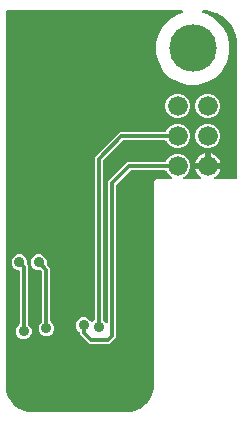
<source format=gbr>
G04 EAGLE Gerber RS-274X export*
G75*
%MOMM*%
%FSLAX34Y34*%
%LPD*%
%INTop Copper*%
%IPPOS*%
%AMOC8*
5,1,8,0,0,1.08239X$1,22.5*%
G01*
%ADD10C,4.016000*%
%ADD11C,1.676400*%
%ADD12C,0.906400*%
%ADD13C,0.304800*%

G36*
X105432Y-129283D02*
X105432Y-129283D01*
X105510Y-129281D01*
X108887Y-129016D01*
X108955Y-129002D01*
X109024Y-128997D01*
X109180Y-128957D01*
X115604Y-126870D01*
X115711Y-126820D01*
X115822Y-126776D01*
X115873Y-126743D01*
X115892Y-126735D01*
X115907Y-126722D01*
X115958Y-126690D01*
X121422Y-122719D01*
X121509Y-122638D01*
X121556Y-122599D01*
X121562Y-122595D01*
X121563Y-122594D01*
X121601Y-122562D01*
X121639Y-122516D01*
X121654Y-122502D01*
X121665Y-122484D01*
X121703Y-122438D01*
X125674Y-116974D01*
X125731Y-116870D01*
X125795Y-116770D01*
X125817Y-116713D01*
X125827Y-116695D01*
X125832Y-116675D01*
X125854Y-116620D01*
X127941Y-110196D01*
X127954Y-110128D01*
X127977Y-110062D01*
X128000Y-109903D01*
X128265Y-106526D01*
X128265Y-106522D01*
X128266Y-106519D01*
X128265Y-106500D01*
X128269Y-106426D01*
X128269Y66076D01*
X129758Y67565D01*
X142079Y67565D01*
X142148Y67573D01*
X142218Y67572D01*
X142305Y67593D01*
X142394Y67605D01*
X142459Y67630D01*
X142527Y67647D01*
X142607Y67689D01*
X142690Y67722D01*
X142746Y67763D01*
X142808Y67795D01*
X142875Y67856D01*
X142947Y67908D01*
X142992Y67962D01*
X143043Y68009D01*
X143093Y68084D01*
X143150Y68153D01*
X143180Y68217D01*
X143218Y68275D01*
X143247Y68360D01*
X143286Y68441D01*
X143299Y68510D01*
X143321Y68576D01*
X143329Y68665D01*
X143345Y68753D01*
X143341Y68823D01*
X143347Y68893D01*
X143331Y68981D01*
X143326Y69071D01*
X143304Y69137D01*
X143292Y69206D01*
X143255Y69288D01*
X143228Y69373D01*
X143190Y69432D01*
X143162Y69496D01*
X143106Y69566D01*
X143058Y69642D01*
X143007Y69690D01*
X142963Y69744D01*
X142891Y69798D01*
X142826Y69860D01*
X142765Y69894D01*
X142709Y69936D01*
X142564Y70007D01*
X142183Y70165D01*
X139253Y73095D01*
X138712Y74400D01*
X138698Y74425D01*
X138688Y74453D01*
X138619Y74563D01*
X138555Y74676D01*
X138534Y74697D01*
X138518Y74722D01*
X138424Y74811D01*
X138333Y74904D01*
X138308Y74920D01*
X138287Y74940D01*
X138173Y75003D01*
X138062Y75071D01*
X138034Y75079D01*
X138008Y75094D01*
X137882Y75126D01*
X137758Y75164D01*
X137729Y75166D01*
X137700Y75173D01*
X137540Y75183D01*
X108679Y75183D01*
X108581Y75171D01*
X108482Y75168D01*
X108424Y75151D01*
X108363Y75143D01*
X108271Y75107D01*
X108176Y75079D01*
X108124Y75049D01*
X108068Y75026D01*
X107988Y74968D01*
X107902Y74918D01*
X107827Y74852D01*
X107810Y74840D01*
X107803Y74830D01*
X107781Y74812D01*
X96638Y63669D01*
X96578Y63590D01*
X96510Y63518D01*
X96481Y63465D01*
X96444Y63417D01*
X96404Y63326D01*
X96356Y63240D01*
X96341Y63181D01*
X96317Y63125D01*
X96302Y63027D01*
X96277Y62932D01*
X96271Y62832D01*
X96267Y62811D01*
X96269Y62799D01*
X96267Y62771D01*
X96267Y-66243D01*
X90373Y-72137D01*
X73457Y-72137D01*
X65023Y-63703D01*
X65023Y-62133D01*
X65011Y-62035D01*
X65008Y-61936D01*
X64991Y-61878D01*
X64983Y-61817D01*
X64947Y-61725D01*
X64919Y-61630D01*
X64889Y-61578D01*
X64866Y-61522D01*
X64808Y-61442D01*
X64758Y-61356D01*
X64692Y-61281D01*
X64680Y-61264D01*
X64670Y-61257D01*
X64652Y-61235D01*
X63015Y-59599D01*
X62015Y-57186D01*
X62015Y-54574D01*
X63015Y-52161D01*
X64861Y-50315D01*
X67274Y-49315D01*
X69886Y-49315D01*
X72299Y-50315D01*
X74145Y-52161D01*
X74250Y-52414D01*
X74275Y-52457D01*
X74291Y-52504D01*
X74353Y-52595D01*
X74408Y-52690D01*
X74442Y-52726D01*
X74470Y-52767D01*
X74552Y-52840D01*
X74629Y-52919D01*
X74671Y-52945D01*
X74708Y-52978D01*
X74806Y-53028D01*
X74900Y-53085D01*
X74948Y-53100D01*
X74992Y-53122D01*
X75099Y-53146D01*
X75204Y-53179D01*
X75254Y-53181D01*
X75302Y-53192D01*
X75412Y-53189D01*
X75522Y-53194D01*
X75570Y-53184D01*
X75620Y-53182D01*
X75725Y-53152D01*
X75833Y-53130D01*
X75878Y-53108D01*
X75925Y-53094D01*
X76020Y-53038D01*
X76119Y-52990D01*
X76156Y-52958D01*
X76199Y-52932D01*
X76320Y-52826D01*
X77352Y-51795D01*
X77412Y-51716D01*
X77480Y-51644D01*
X77509Y-51591D01*
X77546Y-51543D01*
X77586Y-51452D01*
X77634Y-51366D01*
X77649Y-51307D01*
X77673Y-51251D01*
X77688Y-51154D01*
X77713Y-51058D01*
X77719Y-50958D01*
X77723Y-50937D01*
X77721Y-50925D01*
X77723Y-50897D01*
X77723Y86563D01*
X98857Y107697D01*
X137329Y107697D01*
X137358Y107700D01*
X137388Y107698D01*
X137516Y107720D01*
X137645Y107737D01*
X137672Y107747D01*
X137701Y107752D01*
X137820Y107806D01*
X137940Y107854D01*
X137964Y107871D01*
X137991Y107883D01*
X138092Y107964D01*
X138198Y108040D01*
X138217Y108063D01*
X138240Y108082D01*
X138318Y108185D01*
X138400Y108285D01*
X138413Y108312D01*
X138431Y108336D01*
X138502Y108480D01*
X139253Y110293D01*
X142183Y113223D01*
X146010Y114809D01*
X150154Y114809D01*
X153981Y113223D01*
X156911Y110293D01*
X158497Y106466D01*
X158497Y102322D01*
X156911Y98495D01*
X153981Y95565D01*
X150154Y93979D01*
X146010Y93979D01*
X142183Y95565D01*
X139253Y98495D01*
X138712Y99800D01*
X138698Y99825D01*
X138688Y99853D01*
X138619Y99963D01*
X138555Y100076D01*
X138534Y100097D01*
X138518Y100122D01*
X138424Y100211D01*
X138333Y100304D01*
X138308Y100320D01*
X138287Y100340D01*
X138173Y100403D01*
X138062Y100471D01*
X138034Y100479D01*
X138008Y100494D01*
X137882Y100526D01*
X137758Y100564D01*
X137729Y100566D01*
X137700Y100573D01*
X137540Y100583D01*
X102329Y100583D01*
X102231Y100571D01*
X102132Y100568D01*
X102074Y100551D01*
X102013Y100543D01*
X101921Y100507D01*
X101826Y100479D01*
X101774Y100449D01*
X101718Y100426D01*
X101638Y100368D01*
X101552Y100318D01*
X101477Y100252D01*
X101460Y100240D01*
X101453Y100230D01*
X101431Y100212D01*
X85208Y83989D01*
X85148Y83910D01*
X85080Y83838D01*
X85051Y83785D01*
X85014Y83737D01*
X84974Y83646D01*
X84926Y83560D01*
X84911Y83501D01*
X84887Y83445D01*
X84872Y83347D01*
X84847Y83252D01*
X84841Y83152D01*
X84837Y83131D01*
X84839Y83119D01*
X84837Y83091D01*
X84837Y-50897D01*
X84849Y-50995D01*
X84852Y-51094D01*
X84869Y-51152D01*
X84877Y-51213D01*
X84913Y-51305D01*
X84941Y-51400D01*
X84971Y-51452D01*
X84994Y-51508D01*
X85052Y-51588D01*
X85102Y-51674D01*
X85168Y-51749D01*
X85180Y-51766D01*
X85190Y-51773D01*
X85208Y-51795D01*
X86987Y-53573D01*
X87096Y-53658D01*
X87203Y-53746D01*
X87222Y-53755D01*
X87238Y-53768D01*
X87366Y-53823D01*
X87491Y-53882D01*
X87511Y-53886D01*
X87530Y-53894D01*
X87668Y-53916D01*
X87804Y-53942D01*
X87824Y-53941D01*
X87844Y-53944D01*
X87983Y-53931D01*
X88121Y-53922D01*
X88140Y-53916D01*
X88160Y-53914D01*
X88292Y-53867D01*
X88423Y-53824D01*
X88441Y-53813D01*
X88460Y-53806D01*
X88575Y-53728D01*
X88692Y-53654D01*
X88706Y-53639D01*
X88723Y-53628D01*
X88815Y-53523D01*
X88910Y-53422D01*
X88920Y-53405D01*
X88933Y-53389D01*
X88997Y-53265D01*
X89064Y-53144D01*
X89069Y-53124D01*
X89078Y-53106D01*
X89108Y-52970D01*
X89143Y-52836D01*
X89145Y-52808D01*
X89148Y-52796D01*
X89147Y-52775D01*
X89153Y-52675D01*
X89153Y66243D01*
X105207Y82297D01*
X137329Y82297D01*
X137358Y82300D01*
X137388Y82298D01*
X137516Y82320D01*
X137645Y82337D01*
X137672Y82347D01*
X137701Y82352D01*
X137820Y82406D01*
X137940Y82454D01*
X137964Y82471D01*
X137991Y82483D01*
X138092Y82564D01*
X138198Y82640D01*
X138217Y82663D01*
X138240Y82682D01*
X138318Y82785D01*
X138400Y82885D01*
X138413Y82912D01*
X138431Y82936D01*
X138502Y83080D01*
X139253Y84893D01*
X142183Y87823D01*
X146010Y89409D01*
X150154Y89409D01*
X153981Y87823D01*
X156911Y84893D01*
X158497Y81066D01*
X158497Y76922D01*
X156911Y73095D01*
X153981Y70165D01*
X153600Y70007D01*
X153539Y69972D01*
X153474Y69946D01*
X153401Y69894D01*
X153323Y69849D01*
X153273Y69801D01*
X153217Y69760D01*
X153159Y69690D01*
X153095Y69628D01*
X153058Y69568D01*
X153014Y69515D01*
X152976Y69433D01*
X152929Y69357D01*
X152908Y69290D01*
X152878Y69227D01*
X152861Y69139D01*
X152835Y69053D01*
X152832Y68983D01*
X152819Y68914D01*
X152824Y68825D01*
X152820Y68735D01*
X152834Y68667D01*
X152838Y68597D01*
X152866Y68512D01*
X152884Y68424D01*
X152915Y68361D01*
X152936Y68295D01*
X152984Y68219D01*
X153024Y68138D01*
X153069Y68085D01*
X153106Y68026D01*
X153172Y67964D01*
X153230Y67896D01*
X153287Y67856D01*
X153338Y67808D01*
X153417Y67765D01*
X153490Y67713D01*
X153555Y67688D01*
X153617Y67654D01*
X153704Y67632D01*
X153788Y67600D01*
X153857Y67592D01*
X153925Y67575D01*
X154085Y67565D01*
X166724Y67565D01*
X166803Y67575D01*
X166883Y67575D01*
X166960Y67595D01*
X167039Y67605D01*
X167113Y67634D01*
X167191Y67654D01*
X167261Y67692D01*
X167335Y67722D01*
X167400Y67768D01*
X167469Y67807D01*
X167528Y67861D01*
X167592Y67908D01*
X167643Y67970D01*
X167701Y68024D01*
X167744Y68092D01*
X167795Y68153D01*
X167829Y68225D01*
X167872Y68293D01*
X167897Y68369D01*
X167931Y68441D01*
X167946Y68519D01*
X167970Y68595D01*
X167976Y68675D01*
X167991Y68753D01*
X167986Y68833D01*
X167991Y68913D01*
X167976Y68991D01*
X167971Y69071D01*
X167946Y69147D01*
X167931Y69225D01*
X167897Y69297D01*
X167873Y69373D01*
X167830Y69441D01*
X167796Y69513D01*
X167745Y69574D01*
X167703Y69642D01*
X167645Y69697D01*
X167594Y69758D01*
X167472Y69859D01*
X167471Y69860D01*
X167470Y69861D01*
X166366Y70663D01*
X165151Y71878D01*
X164140Y73269D01*
X163359Y74801D01*
X162828Y76436D01*
X162819Y76495D01*
X172252Y76495D01*
X172370Y76510D01*
X172489Y76517D01*
X172527Y76529D01*
X172567Y76535D01*
X172678Y76578D01*
X172791Y76615D01*
X172825Y76637D01*
X172863Y76652D01*
X172959Y76721D01*
X173060Y76785D01*
X173088Y76815D01*
X173120Y76838D01*
X173196Y76930D01*
X173278Y77017D01*
X173297Y77052D01*
X173323Y77083D01*
X173374Y77191D01*
X173431Y77295D01*
X173441Y77335D01*
X173459Y77371D01*
X173479Y77478D01*
X173483Y77448D01*
X173527Y77338D01*
X173563Y77225D01*
X173585Y77190D01*
X173600Y77153D01*
X173670Y77056D01*
X173733Y76956D01*
X173763Y76928D01*
X173787Y76895D01*
X173878Y76819D01*
X173965Y76738D01*
X174000Y76718D01*
X174032Y76693D01*
X174139Y76642D01*
X174244Y76584D01*
X174283Y76574D01*
X174319Y76557D01*
X174436Y76535D01*
X174552Y76505D01*
X174612Y76501D01*
X174632Y76497D01*
X174652Y76499D01*
X174712Y76495D01*
X184145Y76495D01*
X184136Y76436D01*
X183605Y74801D01*
X182824Y73269D01*
X181813Y71878D01*
X180598Y70663D01*
X179494Y69861D01*
X179436Y69806D01*
X179372Y69760D01*
X179321Y69698D01*
X179262Y69643D01*
X179220Y69576D01*
X179169Y69515D01*
X179135Y69442D01*
X179092Y69375D01*
X179067Y69299D01*
X179033Y69227D01*
X179018Y69148D01*
X178993Y69072D01*
X178988Y68993D01*
X178973Y68914D01*
X178978Y68835D01*
X178973Y68755D01*
X178988Y68677D01*
X178993Y68597D01*
X179018Y68521D01*
X179033Y68442D01*
X179067Y68370D01*
X179091Y68295D01*
X179134Y68227D01*
X179168Y68155D01*
X179219Y68093D01*
X179261Y68026D01*
X179320Y67971D01*
X179371Y67909D01*
X179435Y67862D01*
X179493Y67808D01*
X179563Y67769D01*
X179628Y67722D01*
X179702Y67693D01*
X179771Y67654D01*
X179849Y67634D01*
X179923Y67605D01*
X180002Y67595D01*
X180079Y67575D01*
X180237Y67565D01*
X180239Y67565D01*
X180240Y67565D01*
X196850Y67565D01*
X196968Y67580D01*
X197087Y67587D01*
X197125Y67600D01*
X197166Y67605D01*
X197276Y67648D01*
X197389Y67685D01*
X197424Y67707D01*
X197461Y67722D01*
X197557Y67791D01*
X197658Y67855D01*
X197686Y67885D01*
X197719Y67908D01*
X197795Y68000D01*
X197876Y68087D01*
X197896Y68122D01*
X197921Y68153D01*
X197972Y68261D01*
X198030Y68365D01*
X198040Y68405D01*
X198057Y68441D01*
X198079Y68558D01*
X198109Y68673D01*
X198113Y68733D01*
X198117Y68753D01*
X198115Y68774D01*
X198119Y68834D01*
X198119Y185184D01*
X198116Y185206D01*
X198118Y185228D01*
X198103Y185389D01*
X197440Y189455D01*
X197420Y189521D01*
X197410Y189589D01*
X197357Y189742D01*
X194116Y197466D01*
X194057Y197569D01*
X194004Y197676D01*
X193967Y197724D01*
X193957Y197742D01*
X193943Y197756D01*
X193907Y197804D01*
X188437Y204149D01*
X188349Y204229D01*
X188266Y204313D01*
X188216Y204348D01*
X188201Y204362D01*
X188183Y204371D01*
X188134Y204405D01*
X180971Y208750D01*
X180863Y208798D01*
X180757Y208853D01*
X180699Y208871D01*
X180680Y208879D01*
X180660Y208883D01*
X180603Y208900D01*
X172449Y210818D01*
X172380Y210825D01*
X172313Y210842D01*
X172152Y210852D01*
X169902Y210841D01*
X169755Y210822D01*
X169606Y210805D01*
X169596Y210801D01*
X169587Y210800D01*
X169449Y210745D01*
X169309Y210691D01*
X169301Y210685D01*
X169292Y210682D01*
X169171Y210593D01*
X169049Y210507D01*
X169043Y210499D01*
X169035Y210494D01*
X168940Y210378D01*
X168844Y210264D01*
X168840Y210255D01*
X168834Y210248D01*
X168770Y210112D01*
X168705Y209978D01*
X168704Y209968D01*
X168699Y209959D01*
X168672Y209812D01*
X168642Y209666D01*
X168643Y209656D01*
X168641Y209647D01*
X168651Y209497D01*
X168659Y209348D01*
X168662Y209339D01*
X168662Y209330D01*
X168709Y209188D01*
X168754Y209045D01*
X168759Y209037D01*
X168762Y209027D01*
X168842Y208902D01*
X168921Y208774D01*
X168928Y208768D01*
X168933Y208760D01*
X169043Y208657D01*
X169150Y208554D01*
X169159Y208549D01*
X169166Y208543D01*
X169297Y208471D01*
X169427Y208398D01*
X169439Y208393D01*
X169445Y208390D01*
X169458Y208387D01*
X169580Y208346D01*
X172730Y207502D01*
X179799Y203421D01*
X185571Y197649D01*
X189652Y190580D01*
X191765Y182695D01*
X191765Y174533D01*
X189652Y166648D01*
X185571Y159579D01*
X179799Y153807D01*
X172730Y149726D01*
X164845Y147613D01*
X156683Y147613D01*
X148798Y149726D01*
X141729Y153807D01*
X135957Y159579D01*
X131876Y166648D01*
X129763Y174533D01*
X129763Y182695D01*
X131876Y190580D01*
X135957Y197649D01*
X141729Y203421D01*
X148798Y207502D01*
X151866Y208324D01*
X152007Y208382D01*
X152148Y208438D01*
X152154Y208442D01*
X152160Y208444D01*
X152283Y208535D01*
X152406Y208624D01*
X152410Y208630D01*
X152416Y208634D01*
X152511Y208752D01*
X152609Y208869D01*
X152612Y208876D01*
X152616Y208881D01*
X152679Y209020D01*
X152744Y209157D01*
X152745Y209164D01*
X152748Y209170D01*
X152775Y209320D01*
X152804Y209470D01*
X152804Y209476D01*
X152805Y209483D01*
X152794Y209635D01*
X152784Y209787D01*
X152782Y209793D01*
X152782Y209800D01*
X152733Y209946D01*
X152686Y210089D01*
X152683Y210095D01*
X152680Y210102D01*
X152597Y210230D01*
X152516Y210358D01*
X152511Y210363D01*
X152507Y210368D01*
X152395Y210472D01*
X152284Y210576D01*
X152279Y210579D01*
X152274Y210584D01*
X152138Y210657D01*
X152006Y210730D01*
X151999Y210731D01*
X151993Y210734D01*
X151845Y210771D01*
X151698Y210809D01*
X151689Y210810D01*
X151685Y210811D01*
X151674Y210811D01*
X151537Y210819D01*
X3810Y210819D01*
X3692Y210804D01*
X3573Y210797D01*
X3535Y210784D01*
X3494Y210779D01*
X3384Y210736D01*
X3271Y210699D01*
X3236Y210677D01*
X3199Y210662D01*
X3103Y210593D01*
X3002Y210529D01*
X2974Y210499D01*
X2941Y210476D01*
X2865Y210384D01*
X2784Y210297D01*
X2764Y210262D01*
X2739Y210231D01*
X2688Y210123D01*
X2630Y210019D01*
X2620Y209979D01*
X2603Y209943D01*
X2581Y209826D01*
X2551Y209711D01*
X2547Y209651D01*
X2543Y209631D01*
X2545Y209610D01*
X2541Y209550D01*
X2541Y-106142D01*
X2552Y-106233D01*
X2554Y-106326D01*
X2555Y-106330D01*
X2541Y-107703D01*
X2541Y-107707D01*
X2541Y-107716D01*
X2541Y-107740D01*
X2543Y-107761D01*
X2544Y-107826D01*
X2757Y-110964D01*
X2770Y-111032D01*
X2774Y-111101D01*
X2812Y-111258D01*
X4689Y-117249D01*
X4738Y-117357D01*
X4780Y-117468D01*
X4813Y-117520D01*
X4821Y-117538D01*
X4834Y-117554D01*
X4865Y-117605D01*
X8501Y-122723D01*
X8582Y-122810D01*
X8656Y-122903D01*
X8703Y-122942D01*
X8717Y-122957D01*
X8734Y-122968D01*
X8779Y-123007D01*
X13819Y-126751D01*
X13922Y-126809D01*
X14022Y-126874D01*
X14078Y-126897D01*
X14096Y-126907D01*
X14116Y-126913D01*
X14171Y-126935D01*
X20121Y-128939D01*
X20189Y-128952D01*
X20254Y-128976D01*
X20413Y-129000D01*
X23547Y-129280D01*
X23569Y-129279D01*
X23660Y-129285D01*
X105410Y-129285D01*
X105432Y-129283D01*
G37*
%LPC*%
G36*
X16474Y-67525D02*
X16474Y-67525D01*
X14061Y-66525D01*
X12215Y-64679D01*
X11215Y-62266D01*
X11215Y-59654D01*
X12215Y-57241D01*
X13852Y-55605D01*
X13912Y-55526D01*
X13980Y-55454D01*
X14009Y-55401D01*
X14046Y-55353D01*
X14086Y-55262D01*
X14134Y-55176D01*
X14149Y-55117D01*
X14173Y-55061D01*
X14188Y-54963D01*
X14213Y-54868D01*
X14219Y-54768D01*
X14223Y-54747D01*
X14221Y-54735D01*
X14223Y-54707D01*
X14223Y-10374D01*
X14208Y-10256D01*
X14201Y-10137D01*
X14188Y-10099D01*
X14183Y-10058D01*
X14140Y-9948D01*
X14103Y-9835D01*
X14081Y-9800D01*
X14066Y-9763D01*
X13997Y-9667D01*
X13933Y-9566D01*
X13903Y-9538D01*
X13880Y-9505D01*
X13788Y-9429D01*
X13701Y-9348D01*
X13666Y-9328D01*
X13635Y-9303D01*
X13527Y-9252D01*
X13423Y-9194D01*
X13383Y-9184D01*
X13347Y-9167D01*
X13230Y-9145D01*
X13115Y-9115D01*
X13055Y-9111D01*
X13035Y-9107D01*
X13014Y-9109D01*
X12954Y-9105D01*
X12664Y-9105D01*
X10251Y-8105D01*
X8405Y-6259D01*
X7405Y-3846D01*
X7405Y-1234D01*
X8405Y1179D01*
X10251Y3025D01*
X12664Y4025D01*
X15276Y4025D01*
X17689Y3025D01*
X19535Y1179D01*
X20535Y-1234D01*
X20535Y-3549D01*
X20547Y-3647D01*
X20550Y-3746D01*
X20567Y-3804D01*
X20575Y-3865D01*
X20611Y-3957D01*
X20639Y-4052D01*
X20669Y-4104D01*
X20692Y-4160D01*
X20750Y-4240D01*
X20800Y-4326D01*
X20866Y-4401D01*
X20878Y-4418D01*
X20888Y-4425D01*
X20906Y-4447D01*
X21337Y-4877D01*
X21337Y-54707D01*
X21349Y-54805D01*
X21352Y-54904D01*
X21369Y-54962D01*
X21377Y-55023D01*
X21413Y-55115D01*
X21441Y-55210D01*
X21471Y-55262D01*
X21494Y-55318D01*
X21552Y-55398D01*
X21602Y-55484D01*
X21668Y-55559D01*
X21680Y-55576D01*
X21690Y-55583D01*
X21708Y-55605D01*
X23345Y-57241D01*
X24345Y-59654D01*
X24345Y-62266D01*
X23345Y-64679D01*
X21499Y-66525D01*
X19086Y-67525D01*
X16474Y-67525D01*
G37*
%LPD*%
%LPC*%
G36*
X35524Y-64985D02*
X35524Y-64985D01*
X33111Y-63985D01*
X31265Y-62139D01*
X30265Y-59726D01*
X30265Y-57114D01*
X31265Y-54701D01*
X32902Y-53065D01*
X32962Y-52986D01*
X33030Y-52914D01*
X33059Y-52861D01*
X33096Y-52813D01*
X33136Y-52722D01*
X33184Y-52636D01*
X33199Y-52577D01*
X33223Y-52521D01*
X33238Y-52423D01*
X33263Y-52328D01*
X33269Y-52228D01*
X33273Y-52207D01*
X33271Y-52195D01*
X33273Y-52167D01*
X33273Y-10889D01*
X33261Y-10791D01*
X33258Y-10692D01*
X33241Y-10634D01*
X33233Y-10573D01*
X33197Y-10481D01*
X33169Y-10386D01*
X33139Y-10334D01*
X33116Y-10278D01*
X33058Y-10198D01*
X33008Y-10112D01*
X32942Y-10037D01*
X32930Y-10020D01*
X32920Y-10013D01*
X32902Y-9991D01*
X32387Y-9476D01*
X32308Y-9416D01*
X32236Y-9348D01*
X32183Y-9319D01*
X32135Y-9282D01*
X32044Y-9242D01*
X31958Y-9194D01*
X31899Y-9179D01*
X31843Y-9155D01*
X31745Y-9140D01*
X31650Y-9115D01*
X31550Y-9109D01*
X31529Y-9105D01*
X31517Y-9107D01*
X31489Y-9105D01*
X29174Y-9105D01*
X26761Y-8105D01*
X24915Y-6259D01*
X23915Y-3846D01*
X23915Y-1234D01*
X24915Y1179D01*
X26761Y3025D01*
X29174Y4025D01*
X31786Y4025D01*
X34199Y3025D01*
X36045Y1179D01*
X37045Y-1234D01*
X37045Y-3549D01*
X37057Y-3647D01*
X37060Y-3746D01*
X37077Y-3804D01*
X37085Y-3865D01*
X37121Y-3957D01*
X37149Y-4052D01*
X37179Y-4104D01*
X37202Y-4160D01*
X37260Y-4240D01*
X37310Y-4326D01*
X37376Y-4401D01*
X37388Y-4418D01*
X37398Y-4425D01*
X37416Y-4447D01*
X40387Y-7417D01*
X40387Y-52167D01*
X40399Y-52265D01*
X40402Y-52364D01*
X40419Y-52422D01*
X40427Y-52483D01*
X40463Y-52575D01*
X40491Y-52670D01*
X40521Y-52722D01*
X40544Y-52778D01*
X40602Y-52858D01*
X40652Y-52944D01*
X40718Y-53019D01*
X40730Y-53036D01*
X40740Y-53043D01*
X40758Y-53065D01*
X42395Y-54701D01*
X43395Y-57114D01*
X43395Y-59726D01*
X42395Y-62139D01*
X40549Y-63985D01*
X38136Y-64985D01*
X35524Y-64985D01*
G37*
%LPD*%
%LPC*%
G36*
X171410Y119379D02*
X171410Y119379D01*
X167583Y120965D01*
X164653Y123895D01*
X163067Y127722D01*
X163067Y131866D01*
X164653Y135693D01*
X167583Y138623D01*
X171410Y140209D01*
X175554Y140209D01*
X179381Y138623D01*
X182311Y135693D01*
X183897Y131866D01*
X183897Y127722D01*
X182311Y123895D01*
X179381Y120965D01*
X175554Y119379D01*
X171410Y119379D01*
G37*
%LPD*%
%LPC*%
G36*
X146010Y119379D02*
X146010Y119379D01*
X142183Y120965D01*
X139253Y123895D01*
X137667Y127722D01*
X137667Y131866D01*
X139253Y135693D01*
X142183Y138623D01*
X146010Y140209D01*
X150154Y140209D01*
X153981Y138623D01*
X156911Y135693D01*
X158497Y131866D01*
X158497Y127722D01*
X156911Y123895D01*
X153981Y120965D01*
X150154Y119379D01*
X146010Y119379D01*
G37*
%LPD*%
%LPC*%
G36*
X171410Y93979D02*
X171410Y93979D01*
X167583Y95565D01*
X164653Y98495D01*
X163067Y102322D01*
X163067Y106466D01*
X164653Y110293D01*
X167583Y113223D01*
X171410Y114809D01*
X175554Y114809D01*
X179381Y113223D01*
X182311Y110293D01*
X183897Y106466D01*
X183897Y102322D01*
X182311Y98495D01*
X179381Y95565D01*
X175554Y93979D01*
X171410Y93979D01*
G37*
%LPD*%
%LPC*%
G36*
X175981Y81493D02*
X175981Y81493D01*
X175981Y89657D01*
X176040Y89648D01*
X177675Y89117D01*
X179207Y88336D01*
X180598Y87325D01*
X181813Y86110D01*
X182824Y84719D01*
X183605Y83187D01*
X184136Y81552D01*
X184145Y81493D01*
X175981Y81493D01*
G37*
%LPD*%
%LPC*%
G36*
X162819Y81493D02*
X162819Y81493D01*
X162828Y81552D01*
X163359Y83187D01*
X164140Y84719D01*
X165151Y86110D01*
X166366Y87325D01*
X167757Y88336D01*
X169289Y89117D01*
X170924Y89648D01*
X170983Y89657D01*
X170983Y81493D01*
X162819Y81493D01*
G37*
%LPD*%
D10*
X160782Y178562D03*
D11*
X148082Y129794D03*
X173482Y129794D03*
X148082Y104394D03*
X173482Y104394D03*
X148082Y78994D03*
X173482Y78994D03*
D12*
X52070Y-115570D03*
X104140Y-6350D03*
X81280Y-57150D03*
D13*
X81280Y85090D01*
X100330Y104140D01*
X147828Y104140D01*
X148082Y104394D01*
D12*
X68580Y-55880D03*
D13*
X68580Y-62230D01*
X74930Y-68580D01*
X88900Y-68580D01*
X92710Y-64770D01*
X92710Y64770D01*
X106680Y78740D01*
X147828Y78740D01*
X148082Y78994D01*
D12*
X17780Y-60960D03*
D13*
X17780Y-6350D01*
X13970Y-2540D01*
D12*
X13970Y-2540D03*
X36830Y-58420D03*
D13*
X36830Y-8890D01*
X30480Y-2540D01*
D12*
X30480Y-2540D03*
M02*

</source>
